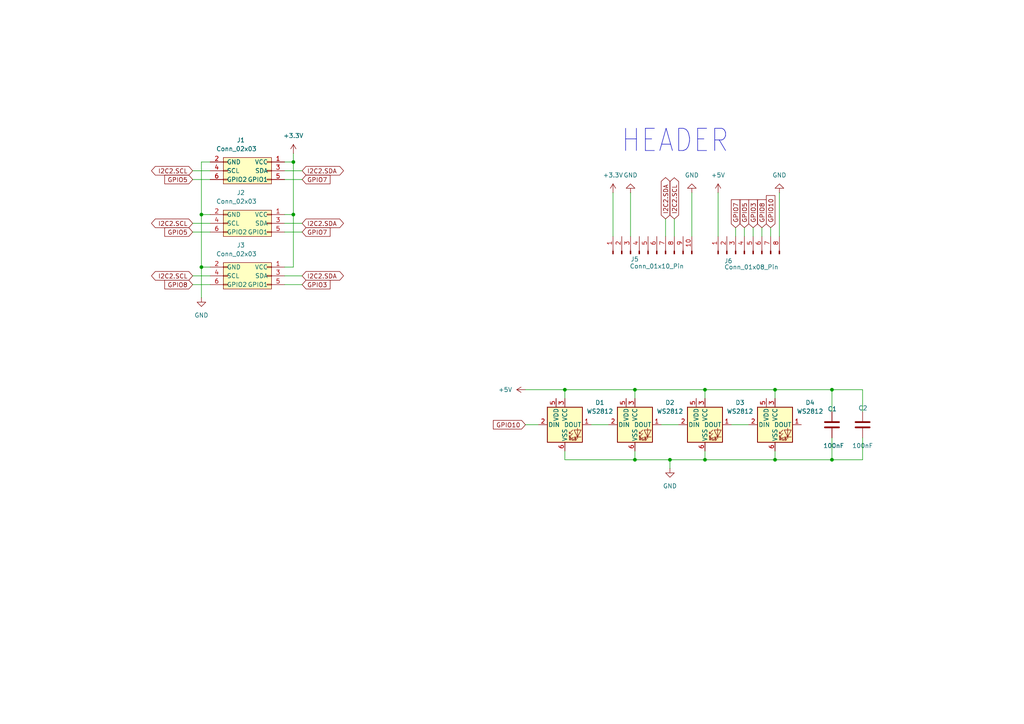
<source format=kicad_sch>
(kicad_sch (version 20250114) (generator "eeschema") (generator_version "9.0")
  (paper "A4")
  (lib_symbols
    (symbol "Connector:Conn_01x08_Pin" (pin_names (offset 1.016) (hide yes))
      (property "Reference" "J" (at 0 10.16 0))
      (property "Value" "Conn_01x08_Pin" (at 0 -12.7 0))
      (symbol "Conn_01x08_Pin_1_1"
        (rectangle (start 0.8636 7.747) (end 0 7.493) (stroke (width 0.1524)) (fill (type outline)))
        (rectangle (start 0.8636 5.207) (end 0 4.953) (stroke (width 0.1524)) (fill (type outline)))
        (rectangle (start 0.8636 2.667) (end 0 2.413) (stroke (width 0.1524)) (fill (type outline)))
        (rectangle (start 0.8636 0.127) (end 0 -0.127) (stroke (width 0.1524)) (fill (type outline)))
        (rectangle (start 0.8636 -2.413) (end 0 -2.667) (stroke (width 0.1524)) (fill (type outline)))
        (rectangle (start 0.8636 -4.953) (end 0 -5.207) (stroke (width 0.1524)) (fill (type outline)))
        (rectangle (start 0.8636 -7.493) (end 0 -7.747) (stroke (width 0.1524)) (fill (type outline)))
        (rectangle (start 0.8636 -10.033) (end 0 -10.287) (stroke (width 0.1524)) (fill (type outline)))
        (polyline (pts (xy 1.27 7.62) (xy 0.8636 7.62)) (stroke (width 0.1524)))
        (polyline (pts (xy 1.27 5.08) (xy 0.8636 5.08)) (stroke (width 0.1524)))
        (polyline (pts (xy 1.27 2.54) (xy 0.8636 2.54)) (stroke (width 0.1524)))
        (polyline (pts (xy 1.27 0) (xy 0.8636 0)) (stroke (width 0.1524)))
        (polyline (pts (xy 1.27 -2.54) (xy 0.8636 -2.54)) (stroke (width 0.1524)))
        (polyline (pts (xy 1.27 -5.08) (xy 0.8636 -5.08)) (stroke (width 0.1524)))
        (polyline (pts (xy 1.27 -7.62) (xy 0.8636 -7.62)) (stroke (width 0.1524)))
        (polyline (pts (xy 1.27 -10.16) (xy 0.8636 -10.16)) (stroke (width 0.1524)))
        (pin passive line (at 5.08 7.62 180) (length 3.81) (name "Pin_1") (number "1"))
        (pin passive line (at 5.08 5.08 180) (length 3.81) (name "Pin_2") (number "2"))
        (pin passive line (at 5.08 2.54 180) (length 3.81) (name "Pin_3") (number "3"))
        (pin passive line (at 5.08 0 180) (length 3.81) (name "Pin_4") (number "4"))
        (pin passive line (at 5.08 -2.54 180) (length 3.81) (name "Pin_5") (number "5"))
        (pin passive line (at 5.08 -5.08 180) (length 3.81) (name "Pin_6") (number "6"))
        (pin passive line (at 5.08 -7.62 180) (length 3.81) (name "Pin_7") (number "7"))
        (pin passive line (at 5.08 -10.16 180) (length 3.81) (name "Pin_8") (number "8"))
      )
    )
    (symbol "Connector:Conn_01x10_Pin" (pin_names (offset 1.016) (hide yes))
      (property "Reference" "J" (at 0 12.7 0))
      (property "Value" "Conn_01x10_Pin" (at 0 -15.24 0))
      (symbol "Conn_01x10_Pin_1_1"
        (rectangle (start 0.8636 10.287) (end 0 10.033) (stroke (width 0.1524)) (fill (type outline)))
        (rectangle (start 0.8636 7.747) (end 0 7.493) (stroke (width 0.1524)) (fill (type outline)))
        (rectangle (start 0.8636 5.207) (end 0 4.953) (stroke (width 0.1524)) (fill (type outline)))
        (rectangle (start 0.8636 2.667) (end 0 2.413) (stroke (width 0.1524)) (fill (type outline)))
        (rectangle (start 0.8636 0.127) (end 0 -0.127) (stroke (width 0.1524)) (fill (type outline)))
        (rectangle (start 0.8636 -2.413) (end 0 -2.667) (stroke (width 0.1524)) (fill (type outline)))
        (rectangle (start 0.8636 -4.953) (end 0 -5.207) (stroke (width 0.1524)) (fill (type outline)))
        (rectangle (start 0.8636 -7.493) (end 0 -7.747) (stroke (width 0.1524)) (fill (type outline)))
        (rectangle (start 0.8636 -10.033) (end 0 -10.287) (stroke (width 0.1524)) (fill (type outline)))
        (rectangle (start 0.8636 -12.573) (end 0 -12.827) (stroke (width 0.1524)) (fill (type outline)))
        (polyline (pts (xy 1.27 10.16) (xy 0.8636 10.16)) (stroke (width 0.1524)))
        (polyline (pts (xy 1.27 7.62) (xy 0.8636 7.62)) (stroke (width 0.1524)))
        (polyline (pts (xy 1.27 5.08) (xy 0.8636 5.08)) (stroke (width 0.1524)))
        (polyline (pts (xy 1.27 2.54) (xy 0.8636 2.54)) (stroke (width 0.1524)))
        (polyline (pts (xy 1.27 0) (xy 0.8636 0)) (stroke (width 0.1524)))
        (polyline (pts (xy 1.27 -2.54) (xy 0.8636 -2.54)) (stroke (width 0.1524)))
        (polyline (pts (xy 1.27 -5.08) (xy 0.8636 -5.08)) (stroke (width 0.1524)))
        (polyline (pts (xy 1.27 -7.62) (xy 0.8636 -7.62)) (stroke (width 0.1524)))
        (polyline (pts (xy 1.27 -10.16) (xy 0.8636 -10.16)) (stroke (width 0.1524)))
        (polyline (pts (xy 1.27 -12.7) (xy 0.8636 -12.7)) (stroke (width 0.1524)))
        (pin passive line (at 5.08 10.16 180) (length 3.81) (name "Pin_1") (number "1"))
        (pin passive line (at 5.08 7.62 180) (length 3.81) (name "Pin_2") (number "2"))
        (pin passive line (at 5.08 5.08 180) (length 3.81) (name "Pin_3") (number "3"))
        (pin passive line (at 5.08 2.54 180) (length 3.81) (name "Pin_4") (number "4"))
        (pin passive line (at 5.08 0 180) (length 3.81) (name "Pin_5") (number "5"))
        (pin passive line (at 5.08 -2.54 180) (length 3.81) (name "Pin_6") (number "6"))
        (pin passive line (at 5.08 -5.08 180) (length 3.81) (name "Pin_7") (number "7"))
        (pin passive line (at 5.08 -7.62 180) (length 3.81) (name "Pin_8") (number "8"))
        (pin passive line (at 5.08 -10.16 180) (length 3.81) (name "Pin_9") (number "9"))
        (pin passive line (at 5.08 -12.7 180) (length 3.81) (name "Pin_10") (number "10"))
      )
    )
    (symbol "Device:C" (pin_numbers (hide yes)) (pin_names (offset 0.254))
      (property "Reference" "C" (at 0.635 2.54 0))
      (property "Value" "C" (at 0.635 -2.54 0))
      (symbol "C_0_1"
        (polyline (pts (xy -2.032 0.762) (xy 2.032 0.762)) (stroke (width 0.508)))
        (polyline (pts (xy -2.032 -0.762) (xy 2.032 -0.762)) (stroke (width 0.508)))
      )
      (symbol "C_1_1"
        (pin passive line (at 0 3.81 270) (length 2.794) (name "~") (number "1"))
        (pin passive line (at 0 -3.81 90) (length 2.794) (name "~") (number "2"))
      )
    )
    (symbol "LED:WS2812" (pin_names (offset 0.254))
      (property "Reference" "D" (at 5.08 5.715 0))
      (property "Value" "WS2812" (at 1.27 -5.715 0))
      (symbol "WS2812_0_0"
        (text "RGB" (at 2.286 -4.191 0) (effects (font (size 0.762 0.762))))
      )
      (symbol "WS2812_0_1"
        (polyline (pts (xy 1.27 -2.54) (xy 1.778 -2.54)))
        (polyline (pts (xy 1.27 -3.556) (xy 1.778 -3.556)))
        (polyline (pts (xy 2.286 -1.524) (xy 1.27 -2.54) (xy 1.27 -2.032)))
        (polyline (pts (xy 2.286 -2.54) (xy 1.27 -3.556) (xy 1.27 -3.048)))
        (polyline (pts (xy 3.683 -1.016) (xy 3.683 -3.556) (xy 3.683 -4.064)))
        (polyline (pts (xy 4.699 -1.524) (xy 2.667 -1.524) (xy 3.683 -3.556) (xy 4.699 -1.524)))
        (polyline (pts (xy 4.699 -3.556) (xy 2.667 -3.556)))
        (rectangle (start 5.08 5.08) (end -5.08 -5.08) (stroke (width 0.254)) (fill (type background)))
      )
      (symbol "WS2812_1_1"
        (pin input line (at -7.62 0 0) (length 2.54) (name "DIN") (number "2"))
        (pin power_in line (at -2.54 7.62 270) (length 2.54) (name "VDD") (number "5"))
        (pin power_in line (at 0 7.62 270) (length 2.54) (name "VCC") (number "3"))
        (pin power_in line (at 0 -7.62 90) (length 2.54) (name "VSS") (number "6"))
        (pin no_connect line (at 5.08 2.54 180) (length 2.54) (hide yes) (name "NC") (number "4"))
        (pin output line (at 7.62 0 180) (length 2.54) (name "DOUT") (number "1"))
      )
    )
    (symbol "power:+3.3V" (power) (pin_numbers (hide yes)) (pin_names (offset 0) (hide yes))
      (property "Value" "+3.3V" (at 0 3.556 0))
      (symbol "+3.3V_0_1"
        (polyline (pts (xy -0.762 1.27) (xy 0 2.54)))
        (polyline (pts (xy 0 2.54) (xy 0.762 1.27)))
        (polyline (pts (xy 0 0) (xy 0 2.54)))
      )
      (symbol "+3.3V_1_1"
        (pin power_in line (at 0 0 90) (length 0) (name "~") (number "1"))
      )
    )
    (symbol "power:+5V" (power) (pin_numbers (hide yes)) (pin_names (offset 0) (hide yes))
      (property "Value" "+5V" (at 0 3.556 0))
      (symbol "+5V_0_1"
        (polyline (pts (xy -0.762 1.27) (xy 0 2.54)))
        (polyline (pts (xy 0 2.54) (xy 0.762 1.27)))
        (polyline (pts (xy 0 0) (xy 0 2.54)))
      )
      (symbol "+5V_1_1"
        (pin power_in line (at 0 0 90) (length 0) (name "~") (number "1"))
      )
    )
    (symbol "power:GND" (power) (pin_numbers (hide yes)) (pin_names (offset 0) (hide yes))
      (property "Value" "GND" (at 0 -3.81 0))
      (symbol "GND_0_1"
        (polyline (pts (xy 0 0) (xy 0 -1.27) (xy 1.27 -1.27) (xy 0 -2.54) (xy -1.27 -1.27) (xy 0 -1.27)))
      )
      (symbol "GND_1_1"
        (pin power_in line (at 0 0 270) (length 0) (name "~") (number "1"))
      )
    )
    (symbol "sao:Conn_02x03_Odd_Even" (pin_names (offset 1.016))
      (property "Reference" "J" (at 1.27 5.08 0))
      (property "Value" "Conn_02x03_Odd_Even" (at 1.27 -5.08 0))
      (symbol "Conn_02x03_Odd_Even_1_1"
        (rectangle (start -1.27 3.81) (end 12.7 -3.81) (fill (type background)))
        (rectangle (start -1.27 2.667) (end 0 2.413) (stroke (width 0.1524)))
        (rectangle (start -1.27 0.127) (end 0 -0.127) (stroke (width 0.1524)))
        (rectangle (start -1.27 -2.413) (end 0 -2.667) (stroke (width 0.1524)))
        (rectangle (start 12.7 2.667) (end 11.43 2.413) (stroke (width 0.1524)))
        (rectangle (start 12.7 0.127) (end 11.43 -0.127) (stroke (width 0.1524)))
        (rectangle (start 12.7 -2.413) (end 11.43 -2.667) (stroke (width 0.1524)))
        (pin passive line (at -5.08 2.54 0) (length 3.81) (name "VCC") (number "1"))
        (pin passive line (at -5.08 0 0) (length 3.81) (name "SDA") (number "3"))
        (pin passive line (at -5.08 -2.54 0) (length 3.81) (name "GPIO1") (number "5"))
        (pin passive line (at 16.51 2.54 180) (length 3.81) (name "GND") (number "2"))
        (pin passive line (at 16.51 0 180) (length 3.81) (name "SCL") (number "4"))
        (pin passive line (at 16.51 -2.54 180) (length 3.81) (name "GPIO2") (number "6"))
      )
    )
  )
  (text "HEADER\n" (at 211.582 44.704 0) (effects (font (size 6.4516 5.4838)) (justify right bottom)))
  (junction (at 204.47 113.03))
  (junction (at 58.42 77.47))
  (junction (at 194.31 133.35))
  (junction (at 241.3 113.03))
  (junction (at 184.15 133.35))
  (junction (at 224.79 113.03))
  (junction (at 85.09 62.23))
  (junction (at 85.09 46.99))
  (junction (at 163.83 113.03))
  (junction (at 204.47 133.35))
  (junction (at 241.3 133.35))
  (junction (at 58.42 62.23))
  (junction (at 184.15 113.03))
  (junction (at 224.79 133.35))
  (wire (pts (xy 163.83 133.35) (xy 184.15 133.35)))
  (wire (pts (xy 177.8 68.58) (xy 177.8 55.88)))
  (wire (pts (xy 241.3 113.03) (xy 241.3 119.38)))
  (wire (pts (xy 223.52 66.04) (xy 223.52 68.58)))
  (wire (pts (xy 224.79 133.35) (xy 224.79 130.81)))
  (wire (pts (xy 82.55 80.01) (xy 87.63 80.01)))
  (wire (pts (xy 195.58 68.58) (xy 195.58 63.5)))
  (wire (pts (xy 82.55 62.23) (xy 85.09 62.23)))
  (wire (pts (xy 82.55 82.55) (xy 87.63 82.55)))
  (wire (pts (xy 215.9 66.04) (xy 215.9 68.58)))
  (wire (pts (xy 82.55 64.77) (xy 87.63 64.77)))
  (wire (pts (xy 182.88 68.58) (xy 182.88 55.88)))
  (wire (pts (xy 85.09 46.99) (xy 85.09 44.45)))
  (wire (pts (xy 204.47 130.81) (xy 204.47 133.35)))
  (wire (pts (xy 184.15 113.03) (xy 184.15 115.57)))
  (wire (pts (xy 82.55 52.07) (xy 87.63 52.07)))
  (wire (pts (xy 60.96 46.99) (xy 58.42 46.99)))
  (wire (pts (xy 184.15 133.35) (xy 194.31 133.35)))
  (wire (pts (xy 241.3 127) (xy 241.3 133.35)))
  (wire (pts (xy 55.88 80.01) (xy 60.96 80.01)))
  (wire (pts (xy 55.88 52.07) (xy 60.96 52.07)))
  (wire (pts (xy 200.66 68.58) (xy 200.66 55.88)))
  (wire (pts (xy 55.88 64.77) (xy 60.96 64.77)))
  (wire (pts (xy 212.09 123.19) (xy 217.17 123.19)))
  (wire (pts (xy 163.83 113.03) (xy 184.15 113.03)))
  (wire (pts (xy 55.88 49.53) (xy 60.96 49.53)))
  (wire (pts (xy 85.09 46.99) (xy 85.09 62.23)))
  (wire (pts (xy 82.55 49.53) (xy 87.63 49.53)))
  (wire (pts (xy 163.83 130.81) (xy 163.83 133.35)))
  (wire (pts (xy 58.42 77.47) (xy 60.96 77.47)))
  (wire (pts (xy 204.47 133.35) (xy 224.79 133.35)))
  (wire (pts (xy 218.44 66.04) (xy 218.44 68.58)))
  (wire (pts (xy 184.15 113.03) (xy 204.47 113.03)))
  (wire (pts (xy 220.98 66.04) (xy 220.98 68.58)))
  (wire (pts (xy 58.42 77.47) (xy 58.42 86.36)))
  (wire (pts (xy 250.19 113.03) (xy 250.19 119.38)))
  (wire (pts (xy 152.4 113.03) (xy 163.83 113.03)))
  (wire (pts (xy 204.47 113.03) (xy 224.79 113.03)))
  (wire (pts (xy 184.15 130.81) (xy 184.15 133.35)))
  (wire (pts (xy 152.4 123.19) (xy 156.21 123.19)))
  (wire (pts (xy 191.77 123.19) (xy 196.85 123.19)))
  (wire (pts (xy 85.09 62.23) (xy 85.09 77.47)))
  (wire (pts (xy 58.42 46.99) (xy 58.42 62.23)))
  (wire (pts (xy 82.55 46.99) (xy 85.09 46.99)))
  (wire (pts (xy 241.3 133.35) (xy 250.19 133.35)))
  (wire (pts (xy 194.31 133.35) (xy 204.47 133.35)))
  (wire (pts (xy 204.47 113.03) (xy 204.47 115.57)))
  (wire (pts (xy 163.83 115.57) (xy 163.83 113.03)))
  (wire (pts (xy 208.28 68.58) (xy 208.28 55.88)))
  (wire (pts (xy 226.06 68.58) (xy 226.06 55.88)))
  (wire (pts (xy 224.79 113.03) (xy 224.79 115.57)))
  (wire (pts (xy 213.36 66.04) (xy 213.36 68.58)))
  (wire (pts (xy 82.55 67.31) (xy 87.63 67.31)))
  (wire (pts (xy 55.88 82.55) (xy 60.96 82.55)))
  (wire (pts (xy 171.45 123.19) (xy 176.53 123.19)))
  (wire (pts (xy 82.55 77.47) (xy 85.09 77.47)))
  (wire (pts (xy 241.3 113.03) (xy 250.19 113.03)))
  (wire (pts (xy 58.42 62.23) (xy 60.96 62.23)))
  (wire (pts (xy 194.31 133.35) (xy 194.31 135.89)))
  (wire (pts (xy 224.79 113.03) (xy 241.3 113.03)))
  (wire (pts (xy 55.88 67.31) (xy 60.96 67.31)))
  (wire (pts (xy 193.04 68.58) (xy 193.04 63.5)))
  (wire (pts (xy 58.42 62.23) (xy 58.42 77.47)))
  (wire (pts (xy 250.19 127) (xy 250.19 133.35)))
  (wire (pts (xy 224.79 133.35) (xy 241.3 133.35)))
  (global_label "I2C2.SCL" (shape bidirectional) (at 55.88 80.01 180) (property "Intersheetrefs" "${INTERSHEET_REFS}" (effects (hide yes))))
  (global_label "GPIO10" (shape input) (at 152.4 123.19 180) (property "Intersheetrefs" "${INTERSHEET_REFS}" (effects (hide yes))))
  (global_label "GPIO5" (shape input) (at 215.9 66.04 90) (property "Intersheetrefs" "${INTERSHEET_REFS}" (effects (hide yes))))
  (global_label "I2C2.SDA" (shape bidirectional) (at 87.63 80.01 0) (property "Intersheetrefs" "${INTERSHEET_REFS}" (effects (hide yes))))
  (global_label "GPIO8" (shape input) (at 55.88 82.55 180) (property "Intersheetrefs" "${INTERSHEET_REFS}" (effects (hide yes))))
  (global_label "GPIO7" (shape input) (at 87.63 67.31 0) (property "Intersheetrefs" "${INTERSHEET_REFS}" (effects (hide yes))))
  (global_label "GPIO10" (shape input) (at 223.52 66.04 90) (property "Intersheetrefs" "${INTERSHEET_REFS}" (effects (hide yes))))
  (global_label "GPIO5" (shape input) (at 55.88 67.31 180) (property "Intersheetrefs" "${INTERSHEET_REFS}" (effects (hide yes))))
  (global_label "GPIO7" (shape input) (at 87.63 52.07 0) (property "Intersheetrefs" "${INTERSHEET_REFS}" (effects (hide yes))))
  (global_label "GPIO3" (shape input) (at 218.44 66.04 90) (property "Intersheetrefs" "${INTERSHEET_REFS}" (effects (hide yes))))
  (global_label "I2C2.SCL" (shape bidirectional) (at 55.88 64.77 180) (property "Intersheetrefs" "${INTERSHEET_REFS}" (effects (hide yes))))
  (global_label "I2C2.SDA" (shape bidirectional) (at 87.63 49.53 0) (property "Intersheetrefs" "${INTERSHEET_REFS}" (effects (hide yes))))
  (global_label "GPIO3" (shape input) (at 87.63 82.55 0) (property "Intersheetrefs" "${INTERSHEET_REFS}" (effects (hide yes))))
  (global_label "GPIO8" (shape input) (at 220.98 66.04 90) (property "Intersheetrefs" "${INTERSHEET_REFS}" (effects (hide yes))))
  (global_label "I2C2.SCL" (shape bidirectional) (at 195.58 63.5 90) (property "Intersheetrefs" "${INTERSHEET_REFS}" (effects (hide yes))))
  (global_label "I2C2.SDA" (shape bidirectional) (at 193.04 63.5 90) (property "Intersheetrefs" "${INTERSHEET_REFS}" (effects (hide yes))))
  (global_label "GPIO5" (shape input) (at 55.88 52.07 180) (property "Intersheetrefs" "${INTERSHEET_REFS}" (effects (hide yes))))
  (global_label "I2C2.SCL" (shape bidirectional) (at 55.88 49.53 180) (property "Intersheetrefs" "${INTERSHEET_REFS}" (effects (hide yes))))
  (global_label "GPIO7" (shape input) (at 213.36 66.04 90) (property "Intersheetrefs" "${INTERSHEET_REFS}" (effects (hide yes))))
  (global_label "I2C2.SDA" (shape bidirectional) (at 87.63 64.77 0) (property "Intersheetrefs" "${INTERSHEET_REFS}" (effects (hide yes))))
  (symbol (lib_id "power:GND") (at 226.06 55.88 180) (unit 1)
    (property "Reference" "#PWR09" (effects (hide yes)))
    (property "Value" "GND" (at 226.06 50.8 0))
    (property "Description" "Power symbol creates a global label with name \"GND\" , ground" (effects (hide yes)))
  )
  (symbol (lib_id "power:+3.3V") (at 85.09 44.45 0) (unit 1)
    (property "Reference" "#PWR02" (effects (hide yes)))
    (property "Value" "+3.3V" (at 85.09 39.37 0))
    (property "Description" "Power symbol creates a global label with name \"+3.3V\"" (effects (hide yes)))
  )
  (symbol (lib_id "LED:WS2812") (at 184.15 123.19 0) (unit 1)
    (property "Reference" "D2" (at 194.31 116.7698 0))
    (property "Value" "WS2812" (at 194.31 119.3098 0))
    (property "Footprint" "LED_SMD:LED_WS2812_PLCC6_5.0x5.0mm_P1.6mm" (effects (hide yes)))
    (property "Datasheet" "https://cdn-shop.adafruit.com/datasheets/WS2812.pdf" (effects (hide yes)))
    (property "Description" "RGB LED with integrated controller" (effects (hide yes)))
  )
  (symbol (lib_id "power:+5V") (at 208.28 55.88 0) (unit 1)
    (property "Reference" "#PWR08" (effects (hide yes)))
    (property "Value" "+5V" (at 208.28 50.8 0))
    (property "Description" "Power symbol creates a global label with name \"+5V\"" (effects (hide yes)))
  )
  (symbol (lib_id "power:GND") (at 194.31 135.89 0) (unit 1)
    (property "Reference" "#PWR06" (effects (hide yes)))
    (property "Value" "GND" (at 194.31 140.97 0))
    (property "Description" "Power symbol creates a global label with name \"GND\" , ground" (effects (hide yes)))
  )
  (symbol (lib_id "Device:C") (at 250.19 123.19 0) (unit 1)
    (property "Reference" "C2" (at 248.92 118.364 0) (effects (justify left)))
    (property "Value" "100nF" (at 247.142 129.286 0) (effects (justify left)))
    (property "Footprint" "Capacitor_SMD:C_0805_2012Metric" (effects (hide yes)))
    (property "Description" "Unpolarized capacitor" (effects (hide yes)))
  )
  (symbol (lib_id "power:GND") (at 200.66 55.88 180) (unit 1)
    (property "Reference" "#PWR07" (effects (hide yes)))
    (property "Value" "GND" (at 200.66 50.8 0))
    (property "Description" "Power symbol creates a global label with name \"GND\" , ground" (effects (hide yes)))
  )
  (symbol (lib_id "sao:Conn_02x03_Odd_Even") (at 77.47 49.53 0) (mirror y) (unit 1)
    (property "Reference" "J1" (at 69.85 40.64 0))
    (property "Value" "Conn_02x03" (at 68.58 43.18 0))
    (property "Footprint" "Connector_PinHeader_2.54mm:PinHeader_2x03_P2.54mm_Vertical" (effects (hide yes)))
    (property "Datasheet" "https://datasheet.lcsc.com/lcsc/2003191006_XFCN-PZ254V-12-6P_C492420.pdf" (effects (hide yes)))
    (property "LCSC" "C492420" (effects (hide yes)))
  )
  (symbol (lib_id "sao:Conn_02x03_Odd_Even") (at 77.47 64.77 0) (mirror y) (unit 1)
    (property "Reference" "J2" (at 69.85 55.88 0))
    (property "Value" "Conn_02x03" (at 68.58 58.42 0))
    (property "Footprint" "Connector_PinHeader_2.54mm:PinHeader_2x03_P2.54mm_Vertical" (effects (hide yes)))
    (property "Datasheet" "https://datasheet.lcsc.com/lcsc/2003191006_XFCN-PZ254V-12-6P_C492420.pdf" (effects (hide yes)))
    (property "LCSC" "C492420" (effects (hide yes)))
  )
  (symbol (lib_id "LED:WS2812") (at 163.83 123.19 0) (unit 1)
    (property "Reference" "D1" (at 173.99 116.7698 0))
    (property "Value" "WS2812" (at 173.99 119.3098 0))
    (property "Footprint" "LED_SMD:LED_WS2812_PLCC6_5.0x5.0mm_P1.6mm" (effects (hide yes)))
    (property "Datasheet" "https://cdn-shop.adafruit.com/datasheets/WS2812.pdf" (effects (hide yes)))
    (property "Description" "RGB LED with integrated controller" (effects (hide yes)))
  )
  (symbol (lib_id "LED:WS2812") (at 204.47 123.19 0) (unit 1)
    (property "Reference" "D3" (at 214.63 116.7698 0))
    (property "Value" "WS2812" (at 214.63 119.3098 0))
    (property "Footprint" "LED_SMD:LED_WS2812_PLCC6_5.0x5.0mm_P1.6mm" (effects (hide yes)))
    (property "Datasheet" "https://cdn-shop.adafruit.com/datasheets/WS2812.pdf" (effects (hide yes)))
    (property "Description" "RGB LED with integrated controller" (effects (hide yes)))
  )
  (symbol (lib_id "power:GND") (at 58.42 86.36 0) (unit 1)
    (property "Reference" "#PWR01" (effects (hide yes)))
    (property "Value" "GND" (at 58.42 91.44 0))
    (property "Description" "Power symbol creates a global label with name \"GND\" , ground" (effects (hide yes)))
  )
  (symbol (lib_id "power:+3.3V") (at 177.8 55.88 0) (unit 1)
    (property "Reference" "#PWR04" (effects (hide yes)))
    (property "Value" "+3.3V" (at 177.8 50.8 0))
    (property "Description" "Power symbol creates a global label with name \"+3.3V\"" (effects (hide yes)))
  )
  (symbol (lib_id "power:GND") (at 182.88 55.88 180) (unit 1)
    (property "Reference" "#PWR05" (effects (hide yes)))
    (property "Value" "GND" (at 182.88 50.8 0))
    (property "Description" "Power symbol creates a global label with name \"GND\" , ground" (effects (hide yes)))
  )
  (symbol (lib_id "LED:WS2812") (at 224.79 123.19 0) (unit 1)
    (property "Reference" "D4" (at 234.95 116.7698 0))
    (property "Value" "WS2812" (at 234.95 119.3098 0))
    (property "Footprint" "LED_SMD:LED_WS2812_PLCC6_5.0x5.0mm_P1.6mm" (effects (hide yes)))
    (property "Datasheet" "https://cdn-shop.adafruit.com/datasheets/WS2812.pdf" (effects (hide yes)))
    (property "Description" "RGB LED with integrated controller" (effects (hide yes)))
  )
  (symbol (lib_id "Device:C") (at 241.3 123.19 0) (unit 1)
    (property "Reference" "C1" (at 240.03 118.618 0) (effects (justify left)))
    (property "Value" "100nF" (at 238.76 129.286 0) (effects (justify left)))
    (property "Footprint" "Capacitor_SMD:C_0805_2012Metric" (effects (hide yes)))
    (property "Description" "Unpolarized capacitor" (effects (hide yes)))
  )
  (symbol (lib_id "sao:Conn_02x03_Odd_Even") (at 77.47 80.01 0) (mirror y) (unit 1)
    (property "Reference" "J3" (at 69.85 71.12 0))
    (property "Value" "Conn_02x03" (at 68.58 73.66 0))
    (property "Footprint" "Connector_PinHeader_2.54mm:PinHeader_2x03_P2.54mm_Vertical" (effects (hide yes)))
    (property "Datasheet" "https://datasheet.lcsc.com/lcsc/2003191006_XFCN-PZ254V-12-6P_C492420.pdf" (effects (hide yes)))
    (property "LCSC" "C492420" (effects (hide yes)))
  )
  (symbol (lib_id "power:+5V") (at 152.4 113.03 90) (unit 1)
    (property "Reference" "#PWR03" (effects (hide yes)))
    (property "Value" "+5V" (at 148.59 113.0299 90) (effects (justify left)))
    (property "Description" "Power symbol creates a global label with name \"+5V\"" (effects (hide yes)))
  )
  (symbol (lib_id "Connector:Conn_01x10_Pin") (at 187.96 73.66 90) (unit 1)
    (property "Reference" "J5" (at 182.88 75.184 90) (effects (justify right)))
    (property "Value" "Conn_01x10_Pin" (at 182.626 77.216 90) (effects (justify right)))
    (property "Footprint" "Connector_PinHeader_2.54mm:PinHeader_1x10_P2.54mm_Horizontal" (effects (hide yes)))
    (property "Description" "Generic connector, single row, 01x10, script generated" (effects (hide yes)))
  )
  (symbol (lib_id "Connector:Conn_01x08_Pin") (at 215.9 73.66 90) (unit 1)
    (property "Reference" "J6" (at 210.058 75.692 90) (effects (justify right)))
    (property "Value" "Conn_01x08_Pin" (at 210.058 77.47 90) (effects (justify right)))
    (property "Footprint" "Connector_PinHeader_2.54mm:PinHeader_1x08_P2.54mm_Horizontal" (effects (hide yes)))
    (property "Description" "Generic connector, single row, 01x08, script generated" (effects (hide yes)))
  )
)
</source>
